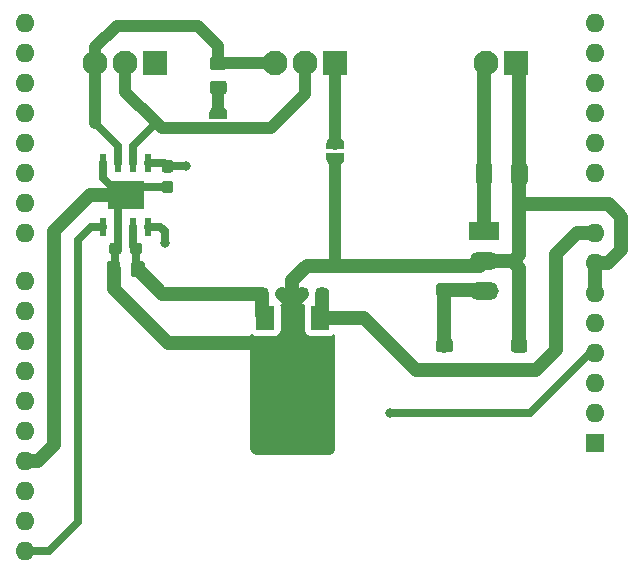
<source format=gbr>
G04 #@! TF.GenerationSoftware,KiCad,Pcbnew,5.1.5-52549c5~86~ubuntu18.04.1*
G04 #@! TF.CreationDate,2020-04-19T01:33:55+01:00*
G04 #@! TF.ProjectId,scot-controller,73636f74-2d63-46f6-9e74-726f6c6c6572,rev?*
G04 #@! TF.SameCoordinates,Original*
G04 #@! TF.FileFunction,Copper,L1,Top*
G04 #@! TF.FilePolarity,Positive*
%FSLAX46Y46*%
G04 Gerber Fmt 4.6, Leading zero omitted, Abs format (unit mm)*
G04 Created by KiCad (PCBNEW 5.1.5-52549c5~86~ubuntu18.04.1) date 2020-04-19 01:33:55*
%MOMM*%
%LPD*%
G04 APERTURE LIST*
%ADD10C,0.100000*%
%ADD11R,3.100000X2.400000*%
%ADD12C,0.650000*%
%ADD13R,0.600000X1.550000*%
%ADD14R,1.500000X2.000000*%
%ADD15R,3.800000X2.000000*%
%ADD16C,2.100000*%
%ADD17R,2.100000X2.100000*%
%ADD18O,1.600000X1.600000*%
%ADD19R,1.600000X1.600000*%
%ADD20O,2.500000X1.500000*%
%ADD21R,2.500000X1.500000*%
%ADD22C,0.800000*%
%ADD23C,1.200000*%
%ADD24C,0.700000*%
%ADD25C,1.000000*%
%ADD26C,0.254000*%
G04 APERTURE END LIST*
G04 #@! TA.AperFunction,SMDPad,CuDef*
D10*
G36*
X218826979Y-91093144D02*
G01*
X218850034Y-91096563D01*
X218872643Y-91102227D01*
X218894587Y-91110079D01*
X218915657Y-91120044D01*
X218935648Y-91132026D01*
X218954368Y-91145910D01*
X218971638Y-91161562D01*
X218987290Y-91178832D01*
X219001174Y-91197552D01*
X219013156Y-91217543D01*
X219023121Y-91238613D01*
X219030973Y-91260557D01*
X219036637Y-91283166D01*
X219040056Y-91306221D01*
X219041200Y-91329500D01*
X219041200Y-91804500D01*
X219040056Y-91827779D01*
X219036637Y-91850834D01*
X219030973Y-91873443D01*
X219023121Y-91895387D01*
X219013156Y-91916457D01*
X219001174Y-91936448D01*
X218987290Y-91955168D01*
X218971638Y-91972438D01*
X218954368Y-91988090D01*
X218935648Y-92001974D01*
X218915657Y-92013956D01*
X218894587Y-92023921D01*
X218872643Y-92031773D01*
X218850034Y-92037437D01*
X218826979Y-92040856D01*
X218803700Y-92042000D01*
X218228700Y-92042000D01*
X218205421Y-92040856D01*
X218182366Y-92037437D01*
X218159757Y-92031773D01*
X218137813Y-92023921D01*
X218116743Y-92013956D01*
X218096752Y-92001974D01*
X218078032Y-91988090D01*
X218060762Y-91972438D01*
X218045110Y-91955168D01*
X218031226Y-91936448D01*
X218019244Y-91916457D01*
X218009279Y-91895387D01*
X218001427Y-91873443D01*
X217995763Y-91850834D01*
X217992344Y-91827779D01*
X217991200Y-91804500D01*
X217991200Y-91329500D01*
X217992344Y-91306221D01*
X217995763Y-91283166D01*
X218001427Y-91260557D01*
X218009279Y-91238613D01*
X218019244Y-91217543D01*
X218031226Y-91197552D01*
X218045110Y-91178832D01*
X218060762Y-91161562D01*
X218078032Y-91145910D01*
X218096752Y-91132026D01*
X218116743Y-91120044D01*
X218137813Y-91110079D01*
X218159757Y-91102227D01*
X218182366Y-91096563D01*
X218205421Y-91093144D01*
X218228700Y-91092000D01*
X218803700Y-91092000D01*
X218826979Y-91093144D01*
G37*
G04 #@! TD.AperFunction*
G04 #@! TA.AperFunction,SMDPad,CuDef*
G36*
X220576979Y-91093144D02*
G01*
X220600034Y-91096563D01*
X220622643Y-91102227D01*
X220644587Y-91110079D01*
X220665657Y-91120044D01*
X220685648Y-91132026D01*
X220704368Y-91145910D01*
X220721638Y-91161562D01*
X220737290Y-91178832D01*
X220751174Y-91197552D01*
X220763156Y-91217543D01*
X220773121Y-91238613D01*
X220780973Y-91260557D01*
X220786637Y-91283166D01*
X220790056Y-91306221D01*
X220791200Y-91329500D01*
X220791200Y-91804500D01*
X220790056Y-91827779D01*
X220786637Y-91850834D01*
X220780973Y-91873443D01*
X220773121Y-91895387D01*
X220763156Y-91916457D01*
X220751174Y-91936448D01*
X220737290Y-91955168D01*
X220721638Y-91972438D01*
X220704368Y-91988090D01*
X220685648Y-92001974D01*
X220665657Y-92013956D01*
X220644587Y-92023921D01*
X220622643Y-92031773D01*
X220600034Y-92037437D01*
X220576979Y-92040856D01*
X220553700Y-92042000D01*
X219978700Y-92042000D01*
X219955421Y-92040856D01*
X219932366Y-92037437D01*
X219909757Y-92031773D01*
X219887813Y-92023921D01*
X219866743Y-92013956D01*
X219846752Y-92001974D01*
X219828032Y-91988090D01*
X219810762Y-91972438D01*
X219795110Y-91955168D01*
X219781226Y-91936448D01*
X219769244Y-91916457D01*
X219759279Y-91895387D01*
X219751427Y-91873443D01*
X219745763Y-91850834D01*
X219742344Y-91827779D01*
X219741200Y-91804500D01*
X219741200Y-91329500D01*
X219742344Y-91306221D01*
X219745763Y-91283166D01*
X219751427Y-91260557D01*
X219759279Y-91238613D01*
X219769244Y-91217543D01*
X219781226Y-91197552D01*
X219795110Y-91178832D01*
X219810762Y-91161562D01*
X219828032Y-91145910D01*
X219846752Y-91132026D01*
X219866743Y-91120044D01*
X219887813Y-91110079D01*
X219909757Y-91102227D01*
X219932366Y-91096563D01*
X219955421Y-91093144D01*
X219978700Y-91092000D01*
X220553700Y-91092000D01*
X220576979Y-91093144D01*
G37*
G04 #@! TD.AperFunction*
D11*
X203606400Y-83210400D03*
D12*
X204556400Y-82735400D03*
X203606400Y-82735400D03*
X202656400Y-82735400D03*
X204556400Y-83685400D03*
X203606400Y-83685400D03*
X202656400Y-83685400D03*
D13*
X201701400Y-80510400D03*
X202971400Y-80510400D03*
X204241400Y-80510400D03*
X205511400Y-80510400D03*
X205511400Y-85910400D03*
X204241400Y-85910400D03*
X202971400Y-85910400D03*
X201701400Y-85910400D03*
D14*
X220028800Y-93649000D03*
X215428800Y-93649000D03*
X217728800Y-93649000D03*
D15*
X217728800Y-99949000D03*
G04 #@! TA.AperFunction,SMDPad,CuDef*
D10*
G36*
X211929505Y-71493404D02*
G01*
X211953773Y-71497004D01*
X211977572Y-71502965D01*
X212000671Y-71511230D01*
X212022850Y-71521720D01*
X212043893Y-71534332D01*
X212063599Y-71548947D01*
X212081777Y-71565423D01*
X212098253Y-71583601D01*
X212112868Y-71603307D01*
X212125480Y-71624350D01*
X212135970Y-71646529D01*
X212144235Y-71669628D01*
X212150196Y-71693427D01*
X212153796Y-71717695D01*
X212155000Y-71742199D01*
X212155000Y-72392201D01*
X212153796Y-72416705D01*
X212150196Y-72440973D01*
X212144235Y-72464772D01*
X212135970Y-72487871D01*
X212125480Y-72510050D01*
X212112868Y-72531093D01*
X212098253Y-72550799D01*
X212081777Y-72568977D01*
X212063599Y-72585453D01*
X212043893Y-72600068D01*
X212022850Y-72612680D01*
X212000671Y-72623170D01*
X211977572Y-72631435D01*
X211953773Y-72637396D01*
X211929505Y-72640996D01*
X211905001Y-72642200D01*
X211004999Y-72642200D01*
X210980495Y-72640996D01*
X210956227Y-72637396D01*
X210932428Y-72631435D01*
X210909329Y-72623170D01*
X210887150Y-72612680D01*
X210866107Y-72600068D01*
X210846401Y-72585453D01*
X210828223Y-72568977D01*
X210811747Y-72550799D01*
X210797132Y-72531093D01*
X210784520Y-72510050D01*
X210774030Y-72487871D01*
X210765765Y-72464772D01*
X210759804Y-72440973D01*
X210756204Y-72416705D01*
X210755000Y-72392201D01*
X210755000Y-71742199D01*
X210756204Y-71717695D01*
X210759804Y-71693427D01*
X210765765Y-71669628D01*
X210774030Y-71646529D01*
X210784520Y-71624350D01*
X210797132Y-71603307D01*
X210811747Y-71583601D01*
X210828223Y-71565423D01*
X210846401Y-71548947D01*
X210866107Y-71534332D01*
X210887150Y-71521720D01*
X210909329Y-71511230D01*
X210932428Y-71502965D01*
X210956227Y-71497004D01*
X210980495Y-71493404D01*
X211004999Y-71492200D01*
X211905001Y-71492200D01*
X211929505Y-71493404D01*
G37*
G04 #@! TD.AperFunction*
G04 #@! TA.AperFunction,SMDPad,CuDef*
G36*
X211929505Y-73543404D02*
G01*
X211953773Y-73547004D01*
X211977572Y-73552965D01*
X212000671Y-73561230D01*
X212022850Y-73571720D01*
X212043893Y-73584332D01*
X212063599Y-73598947D01*
X212081777Y-73615423D01*
X212098253Y-73633601D01*
X212112868Y-73653307D01*
X212125480Y-73674350D01*
X212135970Y-73696529D01*
X212144235Y-73719628D01*
X212150196Y-73743427D01*
X212153796Y-73767695D01*
X212155000Y-73792199D01*
X212155000Y-74442201D01*
X212153796Y-74466705D01*
X212150196Y-74490973D01*
X212144235Y-74514772D01*
X212135970Y-74537871D01*
X212125480Y-74560050D01*
X212112868Y-74581093D01*
X212098253Y-74600799D01*
X212081777Y-74618977D01*
X212063599Y-74635453D01*
X212043893Y-74650068D01*
X212022850Y-74662680D01*
X212000671Y-74673170D01*
X211977572Y-74681435D01*
X211953773Y-74687396D01*
X211929505Y-74690996D01*
X211905001Y-74692200D01*
X211004999Y-74692200D01*
X210980495Y-74690996D01*
X210956227Y-74687396D01*
X210932428Y-74681435D01*
X210909329Y-74673170D01*
X210887150Y-74662680D01*
X210866107Y-74650068D01*
X210846401Y-74635453D01*
X210828223Y-74618977D01*
X210811747Y-74600799D01*
X210797132Y-74581093D01*
X210784520Y-74560050D01*
X210774030Y-74537871D01*
X210765765Y-74514772D01*
X210759804Y-74490973D01*
X210756204Y-74466705D01*
X210755000Y-74442201D01*
X210755000Y-73792199D01*
X210756204Y-73767695D01*
X210759804Y-73743427D01*
X210765765Y-73719628D01*
X210774030Y-73696529D01*
X210784520Y-73674350D01*
X210797132Y-73653307D01*
X210811747Y-73633601D01*
X210828223Y-73615423D01*
X210846401Y-73598947D01*
X210866107Y-73584332D01*
X210887150Y-73571720D01*
X210909329Y-73561230D01*
X210932428Y-73552965D01*
X210956227Y-73547004D01*
X210980495Y-73543404D01*
X211004999Y-73542200D01*
X211905001Y-73542200D01*
X211929505Y-73543404D01*
G37*
G04 #@! TD.AperFunction*
G04 #@! TA.AperFunction,SMDPad,CuDef*
G36*
X210705602Y-76250800D02*
G01*
X210705602Y-76226266D01*
X210710412Y-76177435D01*
X210719984Y-76129310D01*
X210734228Y-76082355D01*
X210753005Y-76037022D01*
X210776136Y-75993749D01*
X210803396Y-75952950D01*
X210834524Y-75915021D01*
X210869221Y-75880324D01*
X210907150Y-75849196D01*
X210947949Y-75821936D01*
X210991222Y-75798805D01*
X211036555Y-75780028D01*
X211083510Y-75765784D01*
X211131635Y-75756212D01*
X211180466Y-75751402D01*
X211205000Y-75751402D01*
X211205000Y-75750800D01*
X211705000Y-75750800D01*
X211705000Y-75751402D01*
X211729534Y-75751402D01*
X211778365Y-75756212D01*
X211826490Y-75765784D01*
X211873445Y-75780028D01*
X211918778Y-75798805D01*
X211962051Y-75821936D01*
X212002850Y-75849196D01*
X212040779Y-75880324D01*
X212075476Y-75915021D01*
X212106604Y-75952950D01*
X212133864Y-75993749D01*
X212156995Y-76037022D01*
X212175772Y-76082355D01*
X212190016Y-76129310D01*
X212199588Y-76177435D01*
X212204398Y-76226266D01*
X212204398Y-76250800D01*
X212205000Y-76250800D01*
X212205000Y-76750800D01*
X210705000Y-76750800D01*
X210705000Y-76250800D01*
X210705602Y-76250800D01*
G37*
G04 #@! TD.AperFunction*
G04 #@! TA.AperFunction,SMDPad,CuDef*
G36*
X212205000Y-77050800D02*
G01*
X212205000Y-77550800D01*
X212204398Y-77550800D01*
X212204398Y-77575334D01*
X212199588Y-77624165D01*
X212190016Y-77672290D01*
X212175772Y-77719245D01*
X212156995Y-77764578D01*
X212133864Y-77807851D01*
X212106604Y-77848650D01*
X212075476Y-77886579D01*
X212040779Y-77921276D01*
X212002850Y-77952404D01*
X211962051Y-77979664D01*
X211918778Y-78002795D01*
X211873445Y-78021572D01*
X211826490Y-78035816D01*
X211778365Y-78045388D01*
X211729534Y-78050198D01*
X211705000Y-78050198D01*
X211705000Y-78050800D01*
X211205000Y-78050800D01*
X211205000Y-78050198D01*
X211180466Y-78050198D01*
X211131635Y-78045388D01*
X211083510Y-78035816D01*
X211036555Y-78021572D01*
X210991222Y-78002795D01*
X210947949Y-77979664D01*
X210907150Y-77952404D01*
X210869221Y-77921276D01*
X210834524Y-77886579D01*
X210803396Y-77848650D01*
X210776136Y-77807851D01*
X210753005Y-77764578D01*
X210734228Y-77719245D01*
X210719984Y-77672290D01*
X210710412Y-77624165D01*
X210705602Y-77575334D01*
X210705602Y-77550800D01*
X210705000Y-77550800D01*
X210705000Y-77050800D01*
X212205000Y-77050800D01*
G37*
G04 #@! TD.AperFunction*
G04 #@! TA.AperFunction,SMDPad,CuDef*
G36*
X222110398Y-80167000D02*
G01*
X222110398Y-80191534D01*
X222105588Y-80240365D01*
X222096016Y-80288490D01*
X222081772Y-80335445D01*
X222062995Y-80380778D01*
X222039864Y-80424051D01*
X222012604Y-80464850D01*
X221981476Y-80502779D01*
X221946779Y-80537476D01*
X221908850Y-80568604D01*
X221868051Y-80595864D01*
X221824778Y-80618995D01*
X221779445Y-80637772D01*
X221732490Y-80652016D01*
X221684365Y-80661588D01*
X221635534Y-80666398D01*
X221611000Y-80666398D01*
X221611000Y-80667000D01*
X221111000Y-80667000D01*
X221111000Y-80666398D01*
X221086466Y-80666398D01*
X221037635Y-80661588D01*
X220989510Y-80652016D01*
X220942555Y-80637772D01*
X220897222Y-80618995D01*
X220853949Y-80595864D01*
X220813150Y-80568604D01*
X220775221Y-80537476D01*
X220740524Y-80502779D01*
X220709396Y-80464850D01*
X220682136Y-80424051D01*
X220659005Y-80380778D01*
X220640228Y-80335445D01*
X220625984Y-80288490D01*
X220616412Y-80240365D01*
X220611602Y-80191534D01*
X220611602Y-80167000D01*
X220611000Y-80167000D01*
X220611000Y-79667000D01*
X222111000Y-79667000D01*
X222111000Y-80167000D01*
X222110398Y-80167000D01*
G37*
G04 #@! TD.AperFunction*
G04 #@! TA.AperFunction,SMDPad,CuDef*
G36*
X220611000Y-79367000D02*
G01*
X220611000Y-78867000D01*
X220611602Y-78867000D01*
X220611602Y-78842466D01*
X220616412Y-78793635D01*
X220625984Y-78745510D01*
X220640228Y-78698555D01*
X220659005Y-78653222D01*
X220682136Y-78609949D01*
X220709396Y-78569150D01*
X220740524Y-78531221D01*
X220775221Y-78496524D01*
X220813150Y-78465396D01*
X220853949Y-78438136D01*
X220897222Y-78415005D01*
X220942555Y-78396228D01*
X220989510Y-78381984D01*
X221037635Y-78372412D01*
X221086466Y-78367602D01*
X221111000Y-78367602D01*
X221111000Y-78367000D01*
X221611000Y-78367000D01*
X221611000Y-78367602D01*
X221635534Y-78367602D01*
X221684365Y-78372412D01*
X221732490Y-78381984D01*
X221779445Y-78396228D01*
X221824778Y-78415005D01*
X221868051Y-78438136D01*
X221908850Y-78465396D01*
X221946779Y-78496524D01*
X221981476Y-78531221D01*
X222012604Y-78569150D01*
X222039864Y-78609949D01*
X222062995Y-78653222D01*
X222081772Y-78698555D01*
X222096016Y-78745510D01*
X222105588Y-78793635D01*
X222110398Y-78842466D01*
X222110398Y-78867000D01*
X222111000Y-78867000D01*
X222111000Y-79367000D01*
X220611000Y-79367000D01*
G37*
G04 #@! TD.AperFunction*
D16*
X201041000Y-72085200D03*
X203581000Y-72085200D03*
D17*
X206121000Y-72085200D03*
D16*
X216255600Y-72085200D03*
X218795600Y-72085200D03*
D17*
X221335600Y-72085200D03*
D16*
X234162600Y-72085200D03*
D17*
X236702600Y-72085200D03*
G04 #@! TA.AperFunction,SMDPad,CuDef*
D10*
G36*
X231081105Y-95403804D02*
G01*
X231105373Y-95407404D01*
X231129172Y-95413365D01*
X231152271Y-95421630D01*
X231174450Y-95432120D01*
X231195493Y-95444732D01*
X231215199Y-95459347D01*
X231233377Y-95475823D01*
X231249853Y-95494001D01*
X231264468Y-95513707D01*
X231277080Y-95534750D01*
X231287570Y-95556929D01*
X231295835Y-95580028D01*
X231301796Y-95603827D01*
X231305396Y-95628095D01*
X231306600Y-95652599D01*
X231306600Y-96302601D01*
X231305396Y-96327105D01*
X231301796Y-96351373D01*
X231295835Y-96375172D01*
X231287570Y-96398271D01*
X231277080Y-96420450D01*
X231264468Y-96441493D01*
X231249853Y-96461199D01*
X231233377Y-96479377D01*
X231215199Y-96495853D01*
X231195493Y-96510468D01*
X231174450Y-96523080D01*
X231152271Y-96533570D01*
X231129172Y-96541835D01*
X231105373Y-96547796D01*
X231081105Y-96551396D01*
X231056601Y-96552600D01*
X230156599Y-96552600D01*
X230132095Y-96551396D01*
X230107827Y-96547796D01*
X230084028Y-96541835D01*
X230060929Y-96533570D01*
X230038750Y-96523080D01*
X230017707Y-96510468D01*
X229998001Y-96495853D01*
X229979823Y-96479377D01*
X229963347Y-96461199D01*
X229948732Y-96441493D01*
X229936120Y-96420450D01*
X229925630Y-96398271D01*
X229917365Y-96375172D01*
X229911404Y-96351373D01*
X229907804Y-96327105D01*
X229906600Y-96302601D01*
X229906600Y-95652599D01*
X229907804Y-95628095D01*
X229911404Y-95603827D01*
X229917365Y-95580028D01*
X229925630Y-95556929D01*
X229936120Y-95534750D01*
X229948732Y-95513707D01*
X229963347Y-95494001D01*
X229979823Y-95475823D01*
X229998001Y-95459347D01*
X230017707Y-95444732D01*
X230038750Y-95432120D01*
X230060929Y-95421630D01*
X230084028Y-95413365D01*
X230107827Y-95407404D01*
X230132095Y-95403804D01*
X230156599Y-95402600D01*
X231056601Y-95402600D01*
X231081105Y-95403804D01*
G37*
G04 #@! TD.AperFunction*
G04 #@! TA.AperFunction,SMDPad,CuDef*
G36*
X231081105Y-97453804D02*
G01*
X231105373Y-97457404D01*
X231129172Y-97463365D01*
X231152271Y-97471630D01*
X231174450Y-97482120D01*
X231195493Y-97494732D01*
X231215199Y-97509347D01*
X231233377Y-97525823D01*
X231249853Y-97544001D01*
X231264468Y-97563707D01*
X231277080Y-97584750D01*
X231287570Y-97606929D01*
X231295835Y-97630028D01*
X231301796Y-97653827D01*
X231305396Y-97678095D01*
X231306600Y-97702599D01*
X231306600Y-98352601D01*
X231305396Y-98377105D01*
X231301796Y-98401373D01*
X231295835Y-98425172D01*
X231287570Y-98448271D01*
X231277080Y-98470450D01*
X231264468Y-98491493D01*
X231249853Y-98511199D01*
X231233377Y-98529377D01*
X231215199Y-98545853D01*
X231195493Y-98560468D01*
X231174450Y-98573080D01*
X231152271Y-98583570D01*
X231129172Y-98591835D01*
X231105373Y-98597796D01*
X231081105Y-98601396D01*
X231056601Y-98602600D01*
X230156599Y-98602600D01*
X230132095Y-98601396D01*
X230107827Y-98597796D01*
X230084028Y-98591835D01*
X230060929Y-98583570D01*
X230038750Y-98573080D01*
X230017707Y-98560468D01*
X229998001Y-98545853D01*
X229979823Y-98529377D01*
X229963347Y-98511199D01*
X229948732Y-98491493D01*
X229936120Y-98470450D01*
X229925630Y-98448271D01*
X229917365Y-98425172D01*
X229911404Y-98401373D01*
X229907804Y-98377105D01*
X229906600Y-98352601D01*
X229906600Y-97702599D01*
X229907804Y-97678095D01*
X229911404Y-97653827D01*
X229917365Y-97630028D01*
X229925630Y-97606929D01*
X229936120Y-97584750D01*
X229948732Y-97563707D01*
X229963347Y-97544001D01*
X229979823Y-97525823D01*
X229998001Y-97509347D01*
X230017707Y-97494732D01*
X230038750Y-97482120D01*
X230060929Y-97471630D01*
X230084028Y-97463365D01*
X230107827Y-97457404D01*
X230132095Y-97453804D01*
X230156599Y-97452600D01*
X231056601Y-97452600D01*
X231081105Y-97453804D01*
G37*
G04 #@! TD.AperFunction*
G04 #@! TA.AperFunction,SMDPad,CuDef*
G36*
X204997305Y-88810804D02*
G01*
X205021573Y-88814404D01*
X205045372Y-88820365D01*
X205068471Y-88828630D01*
X205090650Y-88839120D01*
X205111693Y-88851732D01*
X205131399Y-88866347D01*
X205149577Y-88882823D01*
X205166053Y-88901001D01*
X205180668Y-88920707D01*
X205193280Y-88941750D01*
X205203770Y-88963929D01*
X205212035Y-88987028D01*
X205217996Y-89010827D01*
X205221596Y-89035095D01*
X205222800Y-89059599D01*
X205222800Y-89959601D01*
X205221596Y-89984105D01*
X205217996Y-90008373D01*
X205212035Y-90032172D01*
X205203770Y-90055271D01*
X205193280Y-90077450D01*
X205180668Y-90098493D01*
X205166053Y-90118199D01*
X205149577Y-90136377D01*
X205131399Y-90152853D01*
X205111693Y-90167468D01*
X205090650Y-90180080D01*
X205068471Y-90190570D01*
X205045372Y-90198835D01*
X205021573Y-90204796D01*
X204997305Y-90208396D01*
X204972801Y-90209600D01*
X204322799Y-90209600D01*
X204298295Y-90208396D01*
X204274027Y-90204796D01*
X204250228Y-90198835D01*
X204227129Y-90190570D01*
X204204950Y-90180080D01*
X204183907Y-90167468D01*
X204164201Y-90152853D01*
X204146023Y-90136377D01*
X204129547Y-90118199D01*
X204114932Y-90098493D01*
X204102320Y-90077450D01*
X204091830Y-90055271D01*
X204083565Y-90032172D01*
X204077604Y-90008373D01*
X204074004Y-89984105D01*
X204072800Y-89959601D01*
X204072800Y-89059599D01*
X204074004Y-89035095D01*
X204077604Y-89010827D01*
X204083565Y-88987028D01*
X204091830Y-88963929D01*
X204102320Y-88941750D01*
X204114932Y-88920707D01*
X204129547Y-88901001D01*
X204146023Y-88882823D01*
X204164201Y-88866347D01*
X204183907Y-88851732D01*
X204204950Y-88839120D01*
X204227129Y-88828630D01*
X204250228Y-88820365D01*
X204274027Y-88814404D01*
X204298295Y-88810804D01*
X204322799Y-88809600D01*
X204972801Y-88809600D01*
X204997305Y-88810804D01*
G37*
G04 #@! TD.AperFunction*
G04 #@! TA.AperFunction,SMDPad,CuDef*
G36*
X202947305Y-88810804D02*
G01*
X202971573Y-88814404D01*
X202995372Y-88820365D01*
X203018471Y-88828630D01*
X203040650Y-88839120D01*
X203061693Y-88851732D01*
X203081399Y-88866347D01*
X203099577Y-88882823D01*
X203116053Y-88901001D01*
X203130668Y-88920707D01*
X203143280Y-88941750D01*
X203153770Y-88963929D01*
X203162035Y-88987028D01*
X203167996Y-89010827D01*
X203171596Y-89035095D01*
X203172800Y-89059599D01*
X203172800Y-89959601D01*
X203171596Y-89984105D01*
X203167996Y-90008373D01*
X203162035Y-90032172D01*
X203153770Y-90055271D01*
X203143280Y-90077450D01*
X203130668Y-90098493D01*
X203116053Y-90118199D01*
X203099577Y-90136377D01*
X203081399Y-90152853D01*
X203061693Y-90167468D01*
X203040650Y-90180080D01*
X203018471Y-90190570D01*
X202995372Y-90198835D01*
X202971573Y-90204796D01*
X202947305Y-90208396D01*
X202922801Y-90209600D01*
X202272799Y-90209600D01*
X202248295Y-90208396D01*
X202224027Y-90204796D01*
X202200228Y-90198835D01*
X202177129Y-90190570D01*
X202154950Y-90180080D01*
X202133907Y-90167468D01*
X202114201Y-90152853D01*
X202096023Y-90136377D01*
X202079547Y-90118199D01*
X202064932Y-90098493D01*
X202052320Y-90077450D01*
X202041830Y-90055271D01*
X202033565Y-90032172D01*
X202027604Y-90008373D01*
X202024004Y-89984105D01*
X202022800Y-89959601D01*
X202022800Y-89059599D01*
X202024004Y-89035095D01*
X202027604Y-89010827D01*
X202033565Y-88987028D01*
X202041830Y-88963929D01*
X202052320Y-88941750D01*
X202064932Y-88920707D01*
X202079547Y-88901001D01*
X202096023Y-88882823D01*
X202114201Y-88866347D01*
X202133907Y-88851732D01*
X202154950Y-88839120D01*
X202177129Y-88828630D01*
X202200228Y-88820365D01*
X202224027Y-88814404D01*
X202248295Y-88810804D01*
X202272799Y-88809600D01*
X202922801Y-88809600D01*
X202947305Y-88810804D01*
G37*
G04 #@! TD.AperFunction*
G04 #@! TA.AperFunction,SMDPad,CuDef*
G36*
X204806179Y-87283144D02*
G01*
X204829234Y-87286563D01*
X204851843Y-87292227D01*
X204873787Y-87300079D01*
X204894857Y-87310044D01*
X204914848Y-87322026D01*
X204933568Y-87335910D01*
X204950838Y-87351562D01*
X204966490Y-87368832D01*
X204980374Y-87387552D01*
X204992356Y-87407543D01*
X205002321Y-87428613D01*
X205010173Y-87450557D01*
X205015837Y-87473166D01*
X205019256Y-87496221D01*
X205020400Y-87519500D01*
X205020400Y-87994500D01*
X205019256Y-88017779D01*
X205015837Y-88040834D01*
X205010173Y-88063443D01*
X205002321Y-88085387D01*
X204992356Y-88106457D01*
X204980374Y-88126448D01*
X204966490Y-88145168D01*
X204950838Y-88162438D01*
X204933568Y-88178090D01*
X204914848Y-88191974D01*
X204894857Y-88203956D01*
X204873787Y-88213921D01*
X204851843Y-88221773D01*
X204829234Y-88227437D01*
X204806179Y-88230856D01*
X204782900Y-88232000D01*
X204207900Y-88232000D01*
X204184621Y-88230856D01*
X204161566Y-88227437D01*
X204138957Y-88221773D01*
X204117013Y-88213921D01*
X204095943Y-88203956D01*
X204075952Y-88191974D01*
X204057232Y-88178090D01*
X204039962Y-88162438D01*
X204024310Y-88145168D01*
X204010426Y-88126448D01*
X203998444Y-88106457D01*
X203988479Y-88085387D01*
X203980627Y-88063443D01*
X203974963Y-88040834D01*
X203971544Y-88017779D01*
X203970400Y-87994500D01*
X203970400Y-87519500D01*
X203971544Y-87496221D01*
X203974963Y-87473166D01*
X203980627Y-87450557D01*
X203988479Y-87428613D01*
X203998444Y-87407543D01*
X204010426Y-87387552D01*
X204024310Y-87368832D01*
X204039962Y-87351562D01*
X204057232Y-87335910D01*
X204075952Y-87322026D01*
X204095943Y-87310044D01*
X204117013Y-87300079D01*
X204138957Y-87292227D01*
X204161566Y-87286563D01*
X204184621Y-87283144D01*
X204207900Y-87282000D01*
X204782900Y-87282000D01*
X204806179Y-87283144D01*
G37*
G04 #@! TD.AperFunction*
G04 #@! TA.AperFunction,SMDPad,CuDef*
G36*
X203056179Y-87283144D02*
G01*
X203079234Y-87286563D01*
X203101843Y-87292227D01*
X203123787Y-87300079D01*
X203144857Y-87310044D01*
X203164848Y-87322026D01*
X203183568Y-87335910D01*
X203200838Y-87351562D01*
X203216490Y-87368832D01*
X203230374Y-87387552D01*
X203242356Y-87407543D01*
X203252321Y-87428613D01*
X203260173Y-87450557D01*
X203265837Y-87473166D01*
X203269256Y-87496221D01*
X203270400Y-87519500D01*
X203270400Y-87994500D01*
X203269256Y-88017779D01*
X203265837Y-88040834D01*
X203260173Y-88063443D01*
X203252321Y-88085387D01*
X203242356Y-88106457D01*
X203230374Y-88126448D01*
X203216490Y-88145168D01*
X203200838Y-88162438D01*
X203183568Y-88178090D01*
X203164848Y-88191974D01*
X203144857Y-88203956D01*
X203123787Y-88213921D01*
X203101843Y-88221773D01*
X203079234Y-88227437D01*
X203056179Y-88230856D01*
X203032900Y-88232000D01*
X202457900Y-88232000D01*
X202434621Y-88230856D01*
X202411566Y-88227437D01*
X202388957Y-88221773D01*
X202367013Y-88213921D01*
X202345943Y-88203956D01*
X202325952Y-88191974D01*
X202307232Y-88178090D01*
X202289962Y-88162438D01*
X202274310Y-88145168D01*
X202260426Y-88126448D01*
X202248444Y-88106457D01*
X202238479Y-88085387D01*
X202230627Y-88063443D01*
X202224963Y-88040834D01*
X202221544Y-88017779D01*
X202220400Y-87994500D01*
X202220400Y-87519500D01*
X202221544Y-87496221D01*
X202224963Y-87473166D01*
X202230627Y-87450557D01*
X202238479Y-87428613D01*
X202248444Y-87407543D01*
X202260426Y-87387552D01*
X202274310Y-87368832D01*
X202289962Y-87351562D01*
X202307232Y-87335910D01*
X202325952Y-87322026D01*
X202345943Y-87310044D01*
X202367013Y-87300079D01*
X202388957Y-87292227D01*
X202411566Y-87286563D01*
X202434621Y-87283144D01*
X202457900Y-87282000D01*
X203032900Y-87282000D01*
X203056179Y-87283144D01*
G37*
G04 #@! TD.AperFunction*
G04 #@! TA.AperFunction,SMDPad,CuDef*
G36*
X207423179Y-80276144D02*
G01*
X207446234Y-80279563D01*
X207468843Y-80285227D01*
X207490787Y-80293079D01*
X207511857Y-80303044D01*
X207531848Y-80315026D01*
X207550568Y-80328910D01*
X207567838Y-80344562D01*
X207583490Y-80361832D01*
X207597374Y-80380552D01*
X207609356Y-80400543D01*
X207619321Y-80421613D01*
X207627173Y-80443557D01*
X207632837Y-80466166D01*
X207636256Y-80489221D01*
X207637400Y-80512500D01*
X207637400Y-81087500D01*
X207636256Y-81110779D01*
X207632837Y-81133834D01*
X207627173Y-81156443D01*
X207619321Y-81178387D01*
X207609356Y-81199457D01*
X207597374Y-81219448D01*
X207583490Y-81238168D01*
X207567838Y-81255438D01*
X207550568Y-81271090D01*
X207531848Y-81284974D01*
X207511857Y-81296956D01*
X207490787Y-81306921D01*
X207468843Y-81314773D01*
X207446234Y-81320437D01*
X207423179Y-81323856D01*
X207399900Y-81325000D01*
X206924900Y-81325000D01*
X206901621Y-81323856D01*
X206878566Y-81320437D01*
X206855957Y-81314773D01*
X206834013Y-81306921D01*
X206812943Y-81296956D01*
X206792952Y-81284974D01*
X206774232Y-81271090D01*
X206756962Y-81255438D01*
X206741310Y-81238168D01*
X206727426Y-81219448D01*
X206715444Y-81199457D01*
X206705479Y-81178387D01*
X206697627Y-81156443D01*
X206691963Y-81133834D01*
X206688544Y-81110779D01*
X206687400Y-81087500D01*
X206687400Y-80512500D01*
X206688544Y-80489221D01*
X206691963Y-80466166D01*
X206697627Y-80443557D01*
X206705479Y-80421613D01*
X206715444Y-80400543D01*
X206727426Y-80380552D01*
X206741310Y-80361832D01*
X206756962Y-80344562D01*
X206774232Y-80328910D01*
X206792952Y-80315026D01*
X206812943Y-80303044D01*
X206834013Y-80293079D01*
X206855957Y-80285227D01*
X206878566Y-80279563D01*
X206901621Y-80276144D01*
X206924900Y-80275000D01*
X207399900Y-80275000D01*
X207423179Y-80276144D01*
G37*
G04 #@! TD.AperFunction*
G04 #@! TA.AperFunction,SMDPad,CuDef*
G36*
X207423179Y-82026144D02*
G01*
X207446234Y-82029563D01*
X207468843Y-82035227D01*
X207490787Y-82043079D01*
X207511857Y-82053044D01*
X207531848Y-82065026D01*
X207550568Y-82078910D01*
X207567838Y-82094562D01*
X207583490Y-82111832D01*
X207597374Y-82130552D01*
X207609356Y-82150543D01*
X207619321Y-82171613D01*
X207627173Y-82193557D01*
X207632837Y-82216166D01*
X207636256Y-82239221D01*
X207637400Y-82262500D01*
X207637400Y-82837500D01*
X207636256Y-82860779D01*
X207632837Y-82883834D01*
X207627173Y-82906443D01*
X207619321Y-82928387D01*
X207609356Y-82949457D01*
X207597374Y-82969448D01*
X207583490Y-82988168D01*
X207567838Y-83005438D01*
X207550568Y-83021090D01*
X207531848Y-83034974D01*
X207511857Y-83046956D01*
X207490787Y-83056921D01*
X207468843Y-83064773D01*
X207446234Y-83070437D01*
X207423179Y-83073856D01*
X207399900Y-83075000D01*
X206924900Y-83075000D01*
X206901621Y-83073856D01*
X206878566Y-83070437D01*
X206855957Y-83064773D01*
X206834013Y-83056921D01*
X206812943Y-83046956D01*
X206792952Y-83034974D01*
X206774232Y-83021090D01*
X206756962Y-83005438D01*
X206741310Y-82988168D01*
X206727426Y-82969448D01*
X206715444Y-82949457D01*
X206705479Y-82928387D01*
X206697627Y-82906443D01*
X206691963Y-82883834D01*
X206688544Y-82860779D01*
X206687400Y-82837500D01*
X206687400Y-82262500D01*
X206688544Y-82239221D01*
X206691963Y-82216166D01*
X206697627Y-82193557D01*
X206705479Y-82171613D01*
X206715444Y-82150543D01*
X206727426Y-82130552D01*
X206741310Y-82111832D01*
X206756962Y-82094562D01*
X206774232Y-82078910D01*
X206792952Y-82065026D01*
X206812943Y-82053044D01*
X206834013Y-82043079D01*
X206855957Y-82035227D01*
X206878566Y-82029563D01*
X206901621Y-82026144D01*
X206924900Y-82025000D01*
X207399900Y-82025000D01*
X207423179Y-82026144D01*
G37*
G04 #@! TD.AperFunction*
G04 #@! TA.AperFunction,SMDPad,CuDef*
G36*
X217201379Y-91093144D02*
G01*
X217224434Y-91096563D01*
X217247043Y-91102227D01*
X217268987Y-91110079D01*
X217290057Y-91120044D01*
X217310048Y-91132026D01*
X217328768Y-91145910D01*
X217346038Y-91161562D01*
X217361690Y-91178832D01*
X217375574Y-91197552D01*
X217387556Y-91217543D01*
X217397521Y-91238613D01*
X217405373Y-91260557D01*
X217411037Y-91283166D01*
X217414456Y-91306221D01*
X217415600Y-91329500D01*
X217415600Y-91804500D01*
X217414456Y-91827779D01*
X217411037Y-91850834D01*
X217405373Y-91873443D01*
X217397521Y-91895387D01*
X217387556Y-91916457D01*
X217375574Y-91936448D01*
X217361690Y-91955168D01*
X217346038Y-91972438D01*
X217328768Y-91988090D01*
X217310048Y-92001974D01*
X217290057Y-92013956D01*
X217268987Y-92023921D01*
X217247043Y-92031773D01*
X217224434Y-92037437D01*
X217201379Y-92040856D01*
X217178100Y-92042000D01*
X216603100Y-92042000D01*
X216579821Y-92040856D01*
X216556766Y-92037437D01*
X216534157Y-92031773D01*
X216512213Y-92023921D01*
X216491143Y-92013956D01*
X216471152Y-92001974D01*
X216452432Y-91988090D01*
X216435162Y-91972438D01*
X216419510Y-91955168D01*
X216405626Y-91936448D01*
X216393644Y-91916457D01*
X216383679Y-91895387D01*
X216375827Y-91873443D01*
X216370163Y-91850834D01*
X216366744Y-91827779D01*
X216365600Y-91804500D01*
X216365600Y-91329500D01*
X216366744Y-91306221D01*
X216370163Y-91283166D01*
X216375827Y-91260557D01*
X216383679Y-91238613D01*
X216393644Y-91217543D01*
X216405626Y-91197552D01*
X216419510Y-91178832D01*
X216435162Y-91161562D01*
X216452432Y-91145910D01*
X216471152Y-91132026D01*
X216491143Y-91120044D01*
X216512213Y-91110079D01*
X216534157Y-91102227D01*
X216556766Y-91096563D01*
X216579821Y-91093144D01*
X216603100Y-91092000D01*
X217178100Y-91092000D01*
X217201379Y-91093144D01*
G37*
G04 #@! TD.AperFunction*
G04 #@! TA.AperFunction,SMDPad,CuDef*
G36*
X215451379Y-91093144D02*
G01*
X215474434Y-91096563D01*
X215497043Y-91102227D01*
X215518987Y-91110079D01*
X215540057Y-91120044D01*
X215560048Y-91132026D01*
X215578768Y-91145910D01*
X215596038Y-91161562D01*
X215611690Y-91178832D01*
X215625574Y-91197552D01*
X215637556Y-91217543D01*
X215647521Y-91238613D01*
X215655373Y-91260557D01*
X215661037Y-91283166D01*
X215664456Y-91306221D01*
X215665600Y-91329500D01*
X215665600Y-91804500D01*
X215664456Y-91827779D01*
X215661037Y-91850834D01*
X215655373Y-91873443D01*
X215647521Y-91895387D01*
X215637556Y-91916457D01*
X215625574Y-91936448D01*
X215611690Y-91955168D01*
X215596038Y-91972438D01*
X215578768Y-91988090D01*
X215560048Y-92001974D01*
X215540057Y-92013956D01*
X215518987Y-92023921D01*
X215497043Y-92031773D01*
X215474434Y-92037437D01*
X215451379Y-92040856D01*
X215428100Y-92042000D01*
X214853100Y-92042000D01*
X214829821Y-92040856D01*
X214806766Y-92037437D01*
X214784157Y-92031773D01*
X214762213Y-92023921D01*
X214741143Y-92013956D01*
X214721152Y-92001974D01*
X214702432Y-91988090D01*
X214685162Y-91972438D01*
X214669510Y-91955168D01*
X214655626Y-91936448D01*
X214643644Y-91916457D01*
X214633679Y-91895387D01*
X214625827Y-91873443D01*
X214620163Y-91850834D01*
X214616744Y-91827779D01*
X214615600Y-91804500D01*
X214615600Y-91329500D01*
X214616744Y-91306221D01*
X214620163Y-91283166D01*
X214625827Y-91260557D01*
X214633679Y-91238613D01*
X214643644Y-91217543D01*
X214655626Y-91197552D01*
X214669510Y-91178832D01*
X214685162Y-91161562D01*
X214702432Y-91145910D01*
X214721152Y-91132026D01*
X214741143Y-91120044D01*
X214762213Y-91110079D01*
X214784157Y-91102227D01*
X214806766Y-91096563D01*
X214829821Y-91093144D01*
X214853100Y-91092000D01*
X215428100Y-91092000D01*
X215451379Y-91093144D01*
G37*
G04 #@! TD.AperFunction*
G04 #@! TA.AperFunction,SMDPad,CuDef*
G36*
X237405705Y-95412804D02*
G01*
X237429973Y-95416404D01*
X237453772Y-95422365D01*
X237476871Y-95430630D01*
X237499050Y-95441120D01*
X237520093Y-95453732D01*
X237539799Y-95468347D01*
X237557977Y-95484823D01*
X237574453Y-95503001D01*
X237589068Y-95522707D01*
X237601680Y-95543750D01*
X237612170Y-95565929D01*
X237620435Y-95589028D01*
X237626396Y-95612827D01*
X237629996Y-95637095D01*
X237631200Y-95661599D01*
X237631200Y-96311601D01*
X237629996Y-96336105D01*
X237626396Y-96360373D01*
X237620435Y-96384172D01*
X237612170Y-96407271D01*
X237601680Y-96429450D01*
X237589068Y-96450493D01*
X237574453Y-96470199D01*
X237557977Y-96488377D01*
X237539799Y-96504853D01*
X237520093Y-96519468D01*
X237499050Y-96532080D01*
X237476871Y-96542570D01*
X237453772Y-96550835D01*
X237429973Y-96556796D01*
X237405705Y-96560396D01*
X237381201Y-96561600D01*
X236481199Y-96561600D01*
X236456695Y-96560396D01*
X236432427Y-96556796D01*
X236408628Y-96550835D01*
X236385529Y-96542570D01*
X236363350Y-96532080D01*
X236342307Y-96519468D01*
X236322601Y-96504853D01*
X236304423Y-96488377D01*
X236287947Y-96470199D01*
X236273332Y-96450493D01*
X236260720Y-96429450D01*
X236250230Y-96407271D01*
X236241965Y-96384172D01*
X236236004Y-96360373D01*
X236232404Y-96336105D01*
X236231200Y-96311601D01*
X236231200Y-95661599D01*
X236232404Y-95637095D01*
X236236004Y-95612827D01*
X236241965Y-95589028D01*
X236250230Y-95565929D01*
X236260720Y-95543750D01*
X236273332Y-95522707D01*
X236287947Y-95503001D01*
X236304423Y-95484823D01*
X236322601Y-95468347D01*
X236342307Y-95453732D01*
X236363350Y-95441120D01*
X236385529Y-95430630D01*
X236408628Y-95422365D01*
X236432427Y-95416404D01*
X236456695Y-95412804D01*
X236481199Y-95411600D01*
X237381201Y-95411600D01*
X237405705Y-95412804D01*
G37*
G04 #@! TD.AperFunction*
G04 #@! TA.AperFunction,SMDPad,CuDef*
G36*
X237405705Y-97462804D02*
G01*
X237429973Y-97466404D01*
X237453772Y-97472365D01*
X237476871Y-97480630D01*
X237499050Y-97491120D01*
X237520093Y-97503732D01*
X237539799Y-97518347D01*
X237557977Y-97534823D01*
X237574453Y-97553001D01*
X237589068Y-97572707D01*
X237601680Y-97593750D01*
X237612170Y-97615929D01*
X237620435Y-97639028D01*
X237626396Y-97662827D01*
X237629996Y-97687095D01*
X237631200Y-97711599D01*
X237631200Y-98361601D01*
X237629996Y-98386105D01*
X237626396Y-98410373D01*
X237620435Y-98434172D01*
X237612170Y-98457271D01*
X237601680Y-98479450D01*
X237589068Y-98500493D01*
X237574453Y-98520199D01*
X237557977Y-98538377D01*
X237539799Y-98554853D01*
X237520093Y-98569468D01*
X237499050Y-98582080D01*
X237476871Y-98592570D01*
X237453772Y-98600835D01*
X237429973Y-98606796D01*
X237405705Y-98610396D01*
X237381201Y-98611600D01*
X236481199Y-98611600D01*
X236456695Y-98610396D01*
X236432427Y-98606796D01*
X236408628Y-98600835D01*
X236385529Y-98592570D01*
X236363350Y-98582080D01*
X236342307Y-98569468D01*
X236322601Y-98554853D01*
X236304423Y-98538377D01*
X236287947Y-98520199D01*
X236273332Y-98500493D01*
X236260720Y-98479450D01*
X236250230Y-98457271D01*
X236241965Y-98434172D01*
X236236004Y-98410373D01*
X236232404Y-98386105D01*
X236231200Y-98361601D01*
X236231200Y-97711599D01*
X236232404Y-97687095D01*
X236236004Y-97662827D01*
X236241965Y-97639028D01*
X236250230Y-97615929D01*
X236260720Y-97593750D01*
X236273332Y-97572707D01*
X236287947Y-97553001D01*
X236304423Y-97534823D01*
X236322601Y-97518347D01*
X236342307Y-97503732D01*
X236363350Y-97491120D01*
X236385529Y-97480630D01*
X236408628Y-97472365D01*
X236432427Y-97466404D01*
X236456695Y-97462804D01*
X236481199Y-97461600D01*
X237381201Y-97461600D01*
X237405705Y-97462804D01*
G37*
G04 #@! TD.AperFunction*
D18*
X195072000Y-71196200D03*
X195072000Y-68656200D03*
X195072000Y-108276200D03*
X243332000Y-68656200D03*
X195072000Y-105736200D03*
X243332000Y-71196200D03*
X195072000Y-103196200D03*
X243332000Y-73736200D03*
X195072000Y-100656200D03*
X243332000Y-76276200D03*
X195072000Y-98116200D03*
X243332000Y-78816200D03*
X195072000Y-95576200D03*
X243332000Y-81356200D03*
X195072000Y-93036200D03*
X243332000Y-86436200D03*
X195072000Y-90496200D03*
X243332000Y-88976200D03*
X195072000Y-86436200D03*
X243332000Y-91516200D03*
X195072000Y-83896200D03*
X243332000Y-94056200D03*
X195072000Y-81356200D03*
X243332000Y-96596200D03*
X195072000Y-78816200D03*
X243332000Y-99136200D03*
X195072000Y-76276200D03*
X243332000Y-101676200D03*
X195072000Y-73736200D03*
D19*
X243332000Y-104216200D03*
D18*
X195072000Y-110816200D03*
X195072000Y-113356200D03*
D20*
X233959400Y-91389200D03*
X233959400Y-88849200D03*
D21*
X233959400Y-86309200D03*
G04 #@! TA.AperFunction,SMDPad,CuDef*
D10*
G36*
X231081105Y-88631004D02*
G01*
X231105373Y-88634604D01*
X231129172Y-88640565D01*
X231152271Y-88648830D01*
X231174450Y-88659320D01*
X231195493Y-88671932D01*
X231215199Y-88686547D01*
X231233377Y-88703023D01*
X231249853Y-88721201D01*
X231264468Y-88740907D01*
X231277080Y-88761950D01*
X231287570Y-88784129D01*
X231295835Y-88807228D01*
X231301796Y-88831027D01*
X231305396Y-88855295D01*
X231306600Y-88879799D01*
X231306600Y-89529801D01*
X231305396Y-89554305D01*
X231301796Y-89578573D01*
X231295835Y-89602372D01*
X231287570Y-89625471D01*
X231277080Y-89647650D01*
X231264468Y-89668693D01*
X231249853Y-89688399D01*
X231233377Y-89706577D01*
X231215199Y-89723053D01*
X231195493Y-89737668D01*
X231174450Y-89750280D01*
X231152271Y-89760770D01*
X231129172Y-89769035D01*
X231105373Y-89774996D01*
X231081105Y-89778596D01*
X231056601Y-89779800D01*
X230156599Y-89779800D01*
X230132095Y-89778596D01*
X230107827Y-89774996D01*
X230084028Y-89769035D01*
X230060929Y-89760770D01*
X230038750Y-89750280D01*
X230017707Y-89737668D01*
X229998001Y-89723053D01*
X229979823Y-89706577D01*
X229963347Y-89688399D01*
X229948732Y-89668693D01*
X229936120Y-89647650D01*
X229925630Y-89625471D01*
X229917365Y-89602372D01*
X229911404Y-89578573D01*
X229907804Y-89554305D01*
X229906600Y-89529801D01*
X229906600Y-88879799D01*
X229907804Y-88855295D01*
X229911404Y-88831027D01*
X229917365Y-88807228D01*
X229925630Y-88784129D01*
X229936120Y-88761950D01*
X229948732Y-88740907D01*
X229963347Y-88721201D01*
X229979823Y-88703023D01*
X229998001Y-88686547D01*
X230017707Y-88671932D01*
X230038750Y-88659320D01*
X230060929Y-88648830D01*
X230084028Y-88640565D01*
X230107827Y-88634604D01*
X230132095Y-88631004D01*
X230156599Y-88629800D01*
X231056601Y-88629800D01*
X231081105Y-88631004D01*
G37*
G04 #@! TD.AperFunction*
G04 #@! TA.AperFunction,SMDPad,CuDef*
G36*
X231081105Y-90681004D02*
G01*
X231105373Y-90684604D01*
X231129172Y-90690565D01*
X231152271Y-90698830D01*
X231174450Y-90709320D01*
X231195493Y-90721932D01*
X231215199Y-90736547D01*
X231233377Y-90753023D01*
X231249853Y-90771201D01*
X231264468Y-90790907D01*
X231277080Y-90811950D01*
X231287570Y-90834129D01*
X231295835Y-90857228D01*
X231301796Y-90881027D01*
X231305396Y-90905295D01*
X231306600Y-90929799D01*
X231306600Y-91579801D01*
X231305396Y-91604305D01*
X231301796Y-91628573D01*
X231295835Y-91652372D01*
X231287570Y-91675471D01*
X231277080Y-91697650D01*
X231264468Y-91718693D01*
X231249853Y-91738399D01*
X231233377Y-91756577D01*
X231215199Y-91773053D01*
X231195493Y-91787668D01*
X231174450Y-91800280D01*
X231152271Y-91810770D01*
X231129172Y-91819035D01*
X231105373Y-91824996D01*
X231081105Y-91828596D01*
X231056601Y-91829800D01*
X230156599Y-91829800D01*
X230132095Y-91828596D01*
X230107827Y-91824996D01*
X230084028Y-91819035D01*
X230060929Y-91810770D01*
X230038750Y-91800280D01*
X230017707Y-91787668D01*
X229998001Y-91773053D01*
X229979823Y-91756577D01*
X229963347Y-91738399D01*
X229948732Y-91718693D01*
X229936120Y-91697650D01*
X229925630Y-91675471D01*
X229917365Y-91652372D01*
X229911404Y-91628573D01*
X229907804Y-91604305D01*
X229906600Y-91579801D01*
X229906600Y-90929799D01*
X229907804Y-90905295D01*
X229911404Y-90881027D01*
X229917365Y-90857228D01*
X229925630Y-90834129D01*
X229936120Y-90811950D01*
X229948732Y-90790907D01*
X229963347Y-90771201D01*
X229979823Y-90753023D01*
X229998001Y-90736547D01*
X230017707Y-90721932D01*
X230038750Y-90709320D01*
X230060929Y-90698830D01*
X230084028Y-90690565D01*
X230107827Y-90684604D01*
X230132095Y-90681004D01*
X230156599Y-90679800D01*
X231056601Y-90679800D01*
X231081105Y-90681004D01*
G37*
G04 #@! TD.AperFunction*
G04 #@! TA.AperFunction,SMDPad,CuDef*
G36*
X237418204Y-80558604D02*
G01*
X237442473Y-80562204D01*
X237466271Y-80568165D01*
X237489371Y-80576430D01*
X237511549Y-80586920D01*
X237532593Y-80599533D01*
X237552298Y-80614147D01*
X237570477Y-80630623D01*
X237586953Y-80648802D01*
X237601567Y-80668507D01*
X237614180Y-80689551D01*
X237624670Y-80711729D01*
X237632935Y-80734829D01*
X237638896Y-80758627D01*
X237642496Y-80782896D01*
X237643700Y-80807400D01*
X237643700Y-82057400D01*
X237642496Y-82081904D01*
X237638896Y-82106173D01*
X237632935Y-82129971D01*
X237624670Y-82153071D01*
X237614180Y-82175249D01*
X237601567Y-82196293D01*
X237586953Y-82215998D01*
X237570477Y-82234177D01*
X237552298Y-82250653D01*
X237532593Y-82265267D01*
X237511549Y-82277880D01*
X237489371Y-82288370D01*
X237466271Y-82296635D01*
X237442473Y-82302596D01*
X237418204Y-82306196D01*
X237393700Y-82307400D01*
X236468700Y-82307400D01*
X236444196Y-82306196D01*
X236419927Y-82302596D01*
X236396129Y-82296635D01*
X236373029Y-82288370D01*
X236350851Y-82277880D01*
X236329807Y-82265267D01*
X236310102Y-82250653D01*
X236291923Y-82234177D01*
X236275447Y-82215998D01*
X236260833Y-82196293D01*
X236248220Y-82175249D01*
X236237730Y-82153071D01*
X236229465Y-82129971D01*
X236223504Y-82106173D01*
X236219904Y-82081904D01*
X236218700Y-82057400D01*
X236218700Y-80807400D01*
X236219904Y-80782896D01*
X236223504Y-80758627D01*
X236229465Y-80734829D01*
X236237730Y-80711729D01*
X236248220Y-80689551D01*
X236260833Y-80668507D01*
X236275447Y-80648802D01*
X236291923Y-80630623D01*
X236310102Y-80614147D01*
X236329807Y-80599533D01*
X236350851Y-80586920D01*
X236373029Y-80576430D01*
X236396129Y-80568165D01*
X236419927Y-80562204D01*
X236444196Y-80558604D01*
X236468700Y-80557400D01*
X237393700Y-80557400D01*
X237418204Y-80558604D01*
G37*
G04 #@! TD.AperFunction*
G04 #@! TA.AperFunction,SMDPad,CuDef*
G36*
X234443204Y-80558604D02*
G01*
X234467473Y-80562204D01*
X234491271Y-80568165D01*
X234514371Y-80576430D01*
X234536549Y-80586920D01*
X234557593Y-80599533D01*
X234577298Y-80614147D01*
X234595477Y-80630623D01*
X234611953Y-80648802D01*
X234626567Y-80668507D01*
X234639180Y-80689551D01*
X234649670Y-80711729D01*
X234657935Y-80734829D01*
X234663896Y-80758627D01*
X234667496Y-80782896D01*
X234668700Y-80807400D01*
X234668700Y-82057400D01*
X234667496Y-82081904D01*
X234663896Y-82106173D01*
X234657935Y-82129971D01*
X234649670Y-82153071D01*
X234639180Y-82175249D01*
X234626567Y-82196293D01*
X234611953Y-82215998D01*
X234595477Y-82234177D01*
X234577298Y-82250653D01*
X234557593Y-82265267D01*
X234536549Y-82277880D01*
X234514371Y-82288370D01*
X234491271Y-82296635D01*
X234467473Y-82302596D01*
X234443204Y-82306196D01*
X234418700Y-82307400D01*
X233493700Y-82307400D01*
X233469196Y-82306196D01*
X233444927Y-82302596D01*
X233421129Y-82296635D01*
X233398029Y-82288370D01*
X233375851Y-82277880D01*
X233354807Y-82265267D01*
X233335102Y-82250653D01*
X233316923Y-82234177D01*
X233300447Y-82215998D01*
X233285833Y-82196293D01*
X233273220Y-82175249D01*
X233262730Y-82153071D01*
X233254465Y-82129971D01*
X233248504Y-82106173D01*
X233244904Y-82081904D01*
X233243700Y-82057400D01*
X233243700Y-80807400D01*
X233244904Y-80782896D01*
X233248504Y-80758627D01*
X233254465Y-80734829D01*
X233262730Y-80711729D01*
X233273220Y-80689551D01*
X233285833Y-80668507D01*
X233300447Y-80648802D01*
X233316923Y-80630623D01*
X233335102Y-80614147D01*
X233354807Y-80599533D01*
X233375851Y-80586920D01*
X233398029Y-80576430D01*
X233421129Y-80568165D01*
X233444927Y-80562204D01*
X233469196Y-80558604D01*
X233493700Y-80557400D01*
X234418700Y-80557400D01*
X234443204Y-80558604D01*
G37*
G04 #@! TD.AperFunction*
D22*
X226034600Y-101701600D03*
X208686400Y-80797400D03*
X206908400Y-87299800D03*
D23*
X233956200Y-72291600D02*
X234162600Y-72085200D01*
X233956200Y-81432400D02*
X233956200Y-72291600D01*
X233956200Y-86306000D02*
X233959400Y-86309200D01*
X233956200Y-81432400D02*
X233956200Y-86306000D01*
X230606600Y-95977600D02*
X230606600Y-91254800D01*
X233825000Y-91254800D02*
X233959400Y-91389200D01*
X230606600Y-91254800D02*
X233825000Y-91254800D01*
X230615600Y-98036600D02*
X230606600Y-98027600D01*
X236931200Y-98036600D02*
X230615600Y-98036600D01*
X230606600Y-98027600D02*
X228177200Y-98027600D01*
X223798600Y-93649000D02*
X220028800Y-93649000D01*
X228177200Y-98027600D02*
X223798600Y-93649000D01*
X220266200Y-93411600D02*
X220028800Y-93649000D01*
X220266200Y-91567000D02*
X220266200Y-93411600D01*
X237631200Y-98036600D02*
X237638600Y-98044000D01*
X236931200Y-98036600D02*
X237631200Y-98036600D01*
X240030000Y-88239600D02*
X241833400Y-86436200D01*
X237638600Y-98044000D02*
X238328200Y-98044000D01*
X238328200Y-98044000D02*
X240030000Y-96342200D01*
X241833400Y-86436200D02*
X243332000Y-86436200D01*
X240030000Y-96342200D02*
X240030000Y-88239600D01*
D24*
X201701400Y-81780400D02*
X202656400Y-82735400D01*
X201701400Y-80510400D02*
X201701400Y-81780400D01*
X204741800Y-82550000D02*
X203606400Y-83685400D01*
X207162400Y-82550000D02*
X204741800Y-82550000D01*
X202971400Y-83845400D02*
X203606400Y-83210400D01*
X202971400Y-85910400D02*
X202971400Y-83845400D01*
X202971400Y-87531000D02*
X202745400Y-87757000D01*
X202971400Y-85910400D02*
X202971400Y-87531000D01*
X202745400Y-89362000D02*
X202597800Y-89509600D01*
X202745400Y-87757000D02*
X202745400Y-89362000D01*
D23*
X236931200Y-72313800D02*
X236702600Y-72085200D01*
X236931200Y-81432400D02*
X236931200Y-72313800D01*
X236931200Y-82307400D02*
X236931200Y-81432400D01*
X236409400Y-88849200D02*
X236931200Y-88327400D01*
X236931200Y-89371000D02*
X236409400Y-88849200D01*
X236409400Y-88849200D02*
X233959400Y-88849200D01*
X236931200Y-95986600D02*
X236931200Y-89371000D01*
X233603800Y-89204800D02*
X233959400Y-88849200D01*
X230606600Y-89204800D02*
X233603800Y-89204800D01*
X243332000Y-91516200D02*
X243332000Y-88976200D01*
X244463370Y-88976200D02*
X243332000Y-88976200D01*
X236931200Y-88327400D02*
X236931200Y-84023200D01*
X245592600Y-85115400D02*
X245592600Y-87846970D01*
X236931200Y-84023200D02*
X236931200Y-82307400D01*
X236931200Y-84023200D02*
X244500400Y-84023200D01*
X245592600Y-87846970D02*
X244463370Y-88976200D01*
X244500400Y-84023200D02*
X245592600Y-85115400D01*
X217728800Y-90424000D02*
X217728800Y-93649000D01*
X218948000Y-89204800D02*
X217728800Y-90424000D01*
D25*
X221361000Y-88950800D02*
X221361000Y-80167000D01*
X221107000Y-89204800D02*
X221361000Y-88950800D01*
D23*
X221107000Y-89204800D02*
X218948000Y-89204800D01*
X230606600Y-89204800D02*
X221107000Y-89204800D01*
X217728800Y-92354400D02*
X218516200Y-91567000D01*
X217728800Y-93649000D02*
X217728800Y-92354400D01*
X217728800Y-92405200D02*
X216890600Y-91567000D01*
X217728800Y-93649000D02*
X217728800Y-92405200D01*
X217728800Y-99949000D02*
X217728800Y-95783400D01*
X217728800Y-95783400D02*
X217728800Y-93649000D01*
X207187800Y-95783400D02*
X217728800Y-95783400D01*
X202597800Y-89509600D02*
X202597800Y-91193400D01*
X202597800Y-91193400D02*
X207187800Y-95783400D01*
X197586600Y-86233000D02*
X200609200Y-83210400D01*
X195072000Y-105736200D02*
X196203370Y-105736200D01*
X200609200Y-83210400D02*
X203606400Y-83210400D01*
X197586600Y-104360970D02*
X197586600Y-86233000D01*
X196207370Y-105740200D02*
X197586600Y-104360970D01*
X196203370Y-105736200D02*
X196207370Y-105740200D01*
D24*
X206872800Y-80510400D02*
X207162400Y-80800000D01*
X205511400Y-80510400D02*
X206872800Y-80510400D01*
X208683800Y-80800000D02*
X208686400Y-80797400D01*
X207162400Y-80800000D02*
X208683800Y-80800000D01*
X237845600Y-101701600D02*
X226034600Y-101701600D01*
X243332000Y-96596200D02*
X242951000Y-96596200D01*
X242951000Y-96596200D02*
X237845600Y-101701600D01*
X204241400Y-87503000D02*
X204495400Y-87757000D01*
X204241400Y-85910400D02*
X204241400Y-87503000D01*
X204495400Y-89357200D02*
X204647800Y-89509600D01*
X204495400Y-87757000D02*
X204495400Y-89357200D01*
D23*
X215140600Y-93360800D02*
X215428800Y-93649000D01*
X215140600Y-91567000D02*
X215140600Y-93360800D01*
X206705200Y-91567000D02*
X204647800Y-89509600D01*
X215140600Y-91567000D02*
X206705200Y-91567000D01*
D25*
X211473000Y-72085200D02*
X211455000Y-72067200D01*
X216255600Y-72085200D02*
X211473000Y-72085200D01*
X201041000Y-70688200D02*
X201041000Y-72085200D01*
X209753200Y-68884800D02*
X202844400Y-68884800D01*
X202844400Y-68884800D02*
X201041000Y-70688200D01*
X211455000Y-72067200D02*
X211455000Y-70586600D01*
X211455000Y-70586600D02*
X209753200Y-68884800D01*
D24*
X202971400Y-79035400D02*
X201041000Y-77105000D01*
X202971400Y-80510400D02*
X202971400Y-79035400D01*
D25*
X201041000Y-77105000D02*
X201041000Y-72085200D01*
X211455000Y-77550800D02*
X215895400Y-77550800D01*
X218795600Y-74650600D02*
X218795600Y-72085200D01*
X215895400Y-77550800D02*
X218795600Y-74650600D01*
X211455000Y-77550800D02*
X206659000Y-77550800D01*
X203581000Y-74472800D02*
X203581000Y-72085200D01*
D24*
X206171800Y-77105000D02*
X206171800Y-77038200D01*
X204241400Y-79035400D02*
X206171800Y-77105000D01*
X204241400Y-80510400D02*
X204241400Y-79035400D01*
D25*
X206659000Y-77550800D02*
X206171800Y-77038200D01*
X206171800Y-77038200D02*
X203581000Y-74472800D01*
X221361000Y-72110600D02*
X221335600Y-72085200D01*
X221361000Y-78867000D02*
X221361000Y-72110600D01*
X211455000Y-76250800D02*
X211455000Y-74117200D01*
D24*
X206511400Y-85910400D02*
X206908400Y-86307400D01*
X205511400Y-85910400D02*
X206511400Y-85910400D01*
X206908400Y-86307400D02*
X206908400Y-87299800D01*
X197133400Y-113356200D02*
X195072000Y-113356200D01*
X199593200Y-110896400D02*
X197133400Y-113356200D01*
X199593200Y-87018600D02*
X199593200Y-110896400D01*
X201701400Y-85910400D02*
X200701400Y-85910400D01*
X200701400Y-85910400D02*
X199593200Y-87018600D01*
D26*
G36*
X218652988Y-92524518D02*
G01*
X218640728Y-92649000D01*
X218640728Y-94649000D01*
X218652988Y-94773482D01*
X218689298Y-94893180D01*
X218748263Y-95003494D01*
X218827615Y-95100185D01*
X218924306Y-95179537D01*
X219034620Y-95238502D01*
X219154318Y-95274812D01*
X219278800Y-95287072D01*
X220778800Y-95287072D01*
X220903282Y-95274812D01*
X221022980Y-95238502D01*
X221133294Y-95179537D01*
X221208600Y-95117735D01*
X221208600Y-104647672D01*
X221194831Y-104752257D01*
X221157677Y-104841955D01*
X221098576Y-104918976D01*
X221021555Y-104978077D01*
X220931857Y-105015231D01*
X220827272Y-105029000D01*
X214630328Y-105029000D01*
X214525743Y-105015231D01*
X214436045Y-104978077D01*
X214359024Y-104918976D01*
X214299923Y-104841955D01*
X214262769Y-104752257D01*
X214249000Y-104647672D01*
X214249000Y-95117735D01*
X214324306Y-95179537D01*
X214434620Y-95238502D01*
X214554318Y-95274812D01*
X214678800Y-95287072D01*
X216178800Y-95287072D01*
X216303282Y-95274812D01*
X216422980Y-95238502D01*
X216533294Y-95179537D01*
X216629985Y-95100185D01*
X216709337Y-95003494D01*
X216768302Y-94893180D01*
X216804612Y-94773482D01*
X216816872Y-94649000D01*
X216816872Y-92649000D01*
X216804612Y-92524518D01*
X216799237Y-92506800D01*
X218658363Y-92506800D01*
X218652988Y-92524518D01*
G37*
X218652988Y-92524518D02*
X218640728Y-92649000D01*
X218640728Y-94649000D01*
X218652988Y-94773482D01*
X218689298Y-94893180D01*
X218748263Y-95003494D01*
X218827615Y-95100185D01*
X218924306Y-95179537D01*
X219034620Y-95238502D01*
X219154318Y-95274812D01*
X219278800Y-95287072D01*
X220778800Y-95287072D01*
X220903282Y-95274812D01*
X221022980Y-95238502D01*
X221133294Y-95179537D01*
X221208600Y-95117735D01*
X221208600Y-104647672D01*
X221194831Y-104752257D01*
X221157677Y-104841955D01*
X221098576Y-104918976D01*
X221021555Y-104978077D01*
X220931857Y-105015231D01*
X220827272Y-105029000D01*
X214630328Y-105029000D01*
X214525743Y-105015231D01*
X214436045Y-104978077D01*
X214359024Y-104918976D01*
X214299923Y-104841955D01*
X214262769Y-104752257D01*
X214249000Y-104647672D01*
X214249000Y-95117735D01*
X214324306Y-95179537D01*
X214434620Y-95238502D01*
X214554318Y-95274812D01*
X214678800Y-95287072D01*
X216178800Y-95287072D01*
X216303282Y-95274812D01*
X216422980Y-95238502D01*
X216533294Y-95179537D01*
X216629985Y-95100185D01*
X216709337Y-95003494D01*
X216768302Y-94893180D01*
X216804612Y-94773482D01*
X216816872Y-94649000D01*
X216816872Y-92649000D01*
X216804612Y-92524518D01*
X216799237Y-92506800D01*
X218658363Y-92506800D01*
X218652988Y-92524518D01*
M02*

</source>
